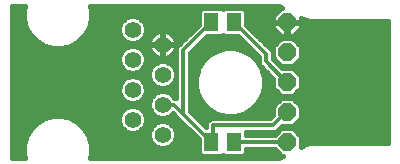
<source format=gtl>
G75*
%MOIN*%
%OFA0B0*%
%FSLAX24Y24*%
%IPPOS*%
%LPD*%
%AMOC8*
5,1,8,0,0,1.08239X$1,22.5*
%
%ADD10C,0.0554*%
%ADD11OC8,0.0594*%
%ADD12R,0.0512X0.0630*%
%ADD13C,0.0160*%
%ADD14C,0.0140*%
D10*
X005833Y004833D03*
X004833Y005333D03*
X005833Y005833D03*
X004833Y006333D03*
X005833Y006833D03*
X004833Y007333D03*
X005833Y007833D03*
X004833Y008333D03*
D11*
X009983Y008583D03*
X009983Y007583D03*
X009983Y006583D03*
X009983Y005583D03*
X009983Y004583D03*
D12*
X008207Y004583D03*
X007459Y004583D03*
X007459Y008583D03*
X008207Y008583D03*
D13*
X000813Y009103D02*
X000813Y004063D01*
X001246Y004063D01*
X001213Y004186D01*
X001213Y004481D01*
X001290Y004766D01*
X001437Y005021D01*
X001646Y005230D01*
X001901Y005377D01*
X002186Y005453D01*
X002481Y005453D01*
X002766Y005377D01*
X003021Y005230D01*
X003230Y005021D01*
X003377Y004766D01*
X003453Y004481D01*
X003453Y004186D01*
X003420Y004063D01*
X009720Y004063D01*
X009846Y004126D01*
X009794Y004126D01*
X009567Y004353D01*
X008623Y004353D01*
X008623Y004202D01*
X008530Y004108D01*
X007885Y004108D01*
X007833Y004160D01*
X007781Y004108D01*
X007137Y004108D01*
X007043Y004202D01*
X007043Y004673D01*
X006394Y005322D01*
X006394Y005322D01*
X006260Y005457D01*
X006260Y005457D01*
X006167Y005549D01*
X006081Y005463D01*
X005920Y005396D01*
X005746Y005396D01*
X005586Y005463D01*
X005463Y005586D01*
X005396Y005746D01*
X005396Y005920D01*
X005463Y006081D01*
X005586Y006204D01*
X005746Y006270D01*
X005920Y006270D01*
X006081Y006204D01*
X006204Y006081D01*
X006211Y006063D01*
X006291Y006063D01*
X006291Y007741D01*
X006426Y007876D01*
X007043Y008494D01*
X007043Y008965D01*
X007137Y009058D01*
X007781Y009058D01*
X007833Y009006D01*
X007885Y009058D01*
X008530Y009058D01*
X008623Y008965D01*
X008623Y008494D01*
X009366Y007751D01*
X009501Y007616D01*
X009501Y007366D01*
X009827Y007040D01*
X010173Y007040D01*
X010440Y006773D01*
X010440Y006394D01*
X010173Y006126D01*
X009794Y006126D01*
X009526Y006394D01*
X009526Y006690D01*
X009054Y007163D01*
X009136Y007019D01*
X009213Y006732D01*
X009213Y006435D01*
X009136Y006147D01*
X008988Y005889D01*
X008777Y005679D01*
X008519Y005530D01*
X008232Y005453D01*
X007935Y005453D01*
X007647Y005530D01*
X007389Y005679D01*
X007179Y005889D01*
X007030Y006147D01*
X006953Y006435D01*
X006953Y006732D01*
X007030Y007019D01*
X007179Y007277D01*
X007389Y007488D01*
X007647Y007636D01*
X007935Y007713D01*
X008232Y007713D01*
X008519Y007636D01*
X008777Y007488D01*
X008988Y007277D01*
X009041Y007185D01*
X009041Y007426D01*
X008358Y008108D01*
X007885Y008108D01*
X007833Y008160D01*
X007781Y008108D01*
X007309Y008108D01*
X006751Y007551D01*
X006751Y005616D01*
X007291Y005076D01*
X007291Y005241D01*
X007426Y005376D01*
X009426Y005376D01*
X009526Y005477D01*
X009526Y005773D01*
X009794Y006040D01*
X010173Y006040D01*
X010440Y005773D01*
X010440Y005394D01*
X010173Y005126D01*
X009827Y005126D01*
X009751Y005051D01*
X009616Y004916D01*
X008623Y004916D01*
X008623Y004813D01*
X009567Y004813D01*
X009794Y005040D01*
X010173Y005040D01*
X010440Y004773D01*
X010440Y004423D01*
X010549Y004478D01*
X010561Y004490D01*
X010634Y004520D01*
X010704Y004555D01*
X010722Y004557D01*
X010738Y004563D01*
X010816Y004563D01*
X010895Y004569D01*
X010911Y004563D01*
X013353Y004563D01*
X013353Y008603D01*
X010911Y008603D01*
X010895Y008598D01*
X010816Y008603D01*
X010738Y008603D01*
X010722Y008610D01*
X010704Y008611D01*
X010634Y008646D01*
X010561Y008676D01*
X010549Y008689D01*
X010460Y008733D01*
X010460Y008602D01*
X010002Y008602D01*
X010002Y008565D01*
X010460Y008565D01*
X010460Y008386D01*
X010181Y008106D01*
X010002Y008106D01*
X010002Y008565D01*
X009965Y008565D01*
X009965Y008106D01*
X009786Y008106D01*
X009506Y008386D01*
X009506Y008565D01*
X009965Y008565D01*
X009965Y008602D01*
X009506Y008602D01*
X009506Y008781D01*
X009786Y009060D01*
X009806Y009060D01*
X009720Y009103D01*
X003420Y009103D01*
X003453Y008981D01*
X003453Y008686D01*
X003377Y008401D01*
X003230Y008146D01*
X003021Y007937D01*
X002766Y007790D01*
X002481Y007713D01*
X002186Y007713D01*
X001901Y007790D01*
X001646Y007937D01*
X001437Y008146D01*
X001290Y008401D01*
X001213Y008686D01*
X001213Y008981D01*
X001246Y009103D01*
X000813Y009103D01*
X000813Y008972D02*
X001213Y008972D01*
X001213Y008814D02*
X000813Y008814D01*
X000813Y008655D02*
X001222Y008655D01*
X001264Y008497D02*
X000813Y008497D01*
X000813Y008338D02*
X001326Y008338D01*
X001417Y008180D02*
X000813Y008180D01*
X000813Y008021D02*
X001561Y008021D01*
X001774Y007863D02*
X000813Y007863D01*
X000813Y007704D02*
X004587Y007704D01*
X004586Y007704D02*
X004463Y007581D01*
X004396Y007420D01*
X004396Y007246D01*
X004463Y007086D01*
X004586Y006963D01*
X004746Y006896D01*
X004920Y006896D01*
X005081Y006963D01*
X005204Y007086D01*
X005270Y007246D01*
X005270Y007420D01*
X005204Y007581D01*
X005081Y007704D01*
X004920Y007770D01*
X004746Y007770D01*
X004586Y007704D01*
X004448Y007546D02*
X000813Y007546D01*
X000813Y007387D02*
X004396Y007387D01*
X004403Y007229D02*
X000813Y007229D01*
X000813Y007070D02*
X004478Y007070D01*
X004709Y006912D02*
X000813Y006912D01*
X000813Y006753D02*
X004705Y006753D01*
X004746Y006770D02*
X004586Y006704D01*
X004463Y006581D01*
X004396Y006420D01*
X004396Y006246D01*
X004463Y006086D01*
X004586Y005963D01*
X004746Y005896D01*
X004920Y005896D01*
X005081Y005963D01*
X005204Y006086D01*
X005270Y006246D01*
X005270Y006420D01*
X005204Y006581D01*
X005081Y006704D01*
X004920Y006770D01*
X004746Y006770D01*
X004962Y006753D02*
X005396Y006753D01*
X005396Y006746D02*
X005463Y006586D01*
X005586Y006463D01*
X005746Y006396D01*
X005920Y006396D01*
X006081Y006463D01*
X006204Y006586D01*
X006270Y006746D01*
X006270Y006920D01*
X006204Y007081D01*
X006081Y007204D01*
X005920Y007270D01*
X005746Y007270D01*
X005586Y007204D01*
X005463Y007081D01*
X005396Y006920D01*
X005396Y006746D01*
X005396Y006912D02*
X004958Y006912D01*
X005189Y007070D02*
X005458Y007070D01*
X005646Y007229D02*
X005263Y007229D01*
X005270Y007387D02*
X005727Y007387D01*
X005726Y007387D02*
X005797Y007376D01*
X005825Y007376D01*
X005825Y007825D01*
X005376Y007825D01*
X005376Y007797D01*
X005387Y007726D01*
X005410Y007658D01*
X005442Y007594D01*
X005485Y007536D01*
X005536Y007485D01*
X005594Y007442D01*
X005658Y007410D01*
X005726Y007387D01*
X005825Y007387D02*
X005842Y007387D01*
X005842Y007376D02*
X005869Y007376D01*
X005940Y007387D01*
X006291Y007387D01*
X006291Y007229D02*
X006021Y007229D01*
X005940Y007387D02*
X006009Y007410D01*
X006073Y007442D01*
X006131Y007485D01*
X006182Y007536D01*
X006224Y007594D01*
X006257Y007658D01*
X006279Y007726D01*
X006290Y007797D01*
X006290Y007825D01*
X005842Y007825D01*
X005842Y007842D01*
X005825Y007842D01*
X005825Y008290D01*
X005797Y008290D01*
X005726Y008279D01*
X005658Y008257D01*
X005594Y008224D01*
X005536Y008182D01*
X005485Y008131D01*
X005442Y008073D01*
X005410Y008009D01*
X005387Y007940D01*
X005376Y007869D01*
X005376Y007842D01*
X005825Y007842D01*
X005825Y007825D01*
X005842Y007825D01*
X005842Y007376D01*
X005825Y007546D02*
X005842Y007546D01*
X005825Y007704D02*
X005842Y007704D01*
X005477Y007546D02*
X005218Y007546D01*
X005080Y007704D02*
X005395Y007704D01*
X005376Y007863D02*
X002892Y007863D01*
X003105Y008021D02*
X004527Y008021D01*
X004586Y007963D02*
X004463Y008086D01*
X004396Y008246D01*
X004396Y008420D01*
X004463Y008581D01*
X004586Y008704D01*
X004746Y008770D01*
X004920Y008770D01*
X005081Y008704D01*
X005204Y008581D01*
X005270Y008420D01*
X005270Y008246D01*
X005204Y008086D01*
X005081Y007963D01*
X004920Y007896D01*
X004746Y007896D01*
X004586Y007963D01*
X004424Y008180D02*
X003249Y008180D01*
X003341Y008338D02*
X004396Y008338D01*
X004428Y008497D02*
X003403Y008497D01*
X003445Y008655D02*
X004537Y008655D01*
X005130Y008655D02*
X007043Y008655D01*
X007043Y008497D02*
X005239Y008497D01*
X005270Y008338D02*
X006888Y008338D01*
X006730Y008180D02*
X006133Y008180D01*
X006131Y008182D02*
X006073Y008224D01*
X006009Y008257D01*
X005940Y008279D01*
X005869Y008290D01*
X005842Y008290D01*
X005842Y007842D01*
X006290Y007842D01*
X006290Y007869D01*
X006279Y007940D01*
X006257Y008009D01*
X006224Y008073D01*
X006182Y008131D01*
X006131Y008182D01*
X006251Y008021D02*
X006571Y008021D01*
X006413Y007863D02*
X006290Y007863D01*
X006291Y007704D02*
X006272Y007704D01*
X006291Y007546D02*
X006190Y007546D01*
X006751Y007546D02*
X007490Y007546D01*
X007289Y007387D02*
X006751Y007387D01*
X006751Y007229D02*
X007151Y007229D01*
X007060Y007070D02*
X006751Y007070D01*
X006751Y006912D02*
X007001Y006912D01*
X006959Y006753D02*
X006751Y006753D01*
X006751Y006595D02*
X006953Y006595D01*
X006953Y006436D02*
X006751Y006436D01*
X006751Y006278D02*
X006995Y006278D01*
X007046Y006119D02*
X006751Y006119D01*
X006751Y005961D02*
X007138Y005961D01*
X007266Y005802D02*
X006751Y005802D01*
X006751Y005644D02*
X007451Y005644D01*
X007815Y005485D02*
X006882Y005485D01*
X007040Y005327D02*
X007377Y005327D01*
X007291Y005168D02*
X007199Y005168D01*
X006707Y005010D02*
X006233Y005010D01*
X006204Y005081D02*
X006270Y004920D01*
X006270Y004746D01*
X006204Y004586D01*
X006081Y004463D01*
X005920Y004396D01*
X005746Y004396D01*
X005586Y004463D01*
X005463Y004586D01*
X005396Y004746D01*
X005396Y004920D01*
X005463Y005081D01*
X005586Y005204D01*
X005746Y005270D01*
X005920Y005270D01*
X006081Y005204D01*
X006204Y005081D01*
X006117Y005168D02*
X006548Y005168D01*
X006390Y005327D02*
X005270Y005327D01*
X005270Y005246D02*
X005204Y005086D01*
X005081Y004963D01*
X004920Y004896D01*
X004746Y004896D01*
X004586Y004963D01*
X004463Y005086D01*
X004396Y005246D01*
X004396Y005420D01*
X004463Y005581D01*
X004586Y005704D01*
X004746Y005770D01*
X004920Y005770D01*
X005081Y005704D01*
X005204Y005581D01*
X005270Y005420D01*
X005270Y005246D01*
X005238Y005168D02*
X005550Y005168D01*
X005433Y005010D02*
X005128Y005010D01*
X005396Y004851D02*
X003328Y004851D01*
X003397Y004693D02*
X005418Y004693D01*
X005514Y004534D02*
X003439Y004534D01*
X003453Y004376D02*
X007043Y004376D01*
X007043Y004217D02*
X003453Y004217D01*
X003236Y005010D02*
X004539Y005010D01*
X004428Y005168D02*
X003082Y005168D01*
X002853Y005327D02*
X004396Y005327D01*
X004423Y005485D02*
X000813Y005485D01*
X000813Y005644D02*
X004526Y005644D01*
X005141Y005644D02*
X005439Y005644D01*
X005563Y005485D02*
X005244Y005485D01*
X005396Y005802D02*
X000813Y005802D01*
X000813Y005961D02*
X004590Y005961D01*
X004449Y006119D02*
X000813Y006119D01*
X000813Y006278D02*
X004396Y006278D01*
X004403Y006436D02*
X000813Y006436D01*
X000813Y006595D02*
X004477Y006595D01*
X005190Y006595D02*
X005459Y006595D01*
X005649Y006436D02*
X005264Y006436D01*
X005270Y006278D02*
X006291Y006278D01*
X006291Y006436D02*
X006017Y006436D01*
X006208Y006595D02*
X006291Y006595D01*
X006291Y006753D02*
X006270Y006753D01*
X006270Y006912D02*
X006291Y006912D01*
X006291Y007070D02*
X006208Y007070D01*
X006905Y007704D02*
X007901Y007704D01*
X008266Y007704D02*
X008762Y007704D01*
X008676Y007546D02*
X008921Y007546D01*
X008877Y007387D02*
X009041Y007387D01*
X009041Y007229D02*
X009015Y007229D01*
X009107Y007070D02*
X009146Y007070D01*
X009165Y006912D02*
X009305Y006912D01*
X009208Y006753D02*
X009463Y006753D01*
X009526Y006595D02*
X009213Y006595D01*
X009213Y006436D02*
X009526Y006436D01*
X009643Y006278D02*
X009171Y006278D01*
X009120Y006119D02*
X013353Y006119D01*
X013353Y005961D02*
X010252Y005961D01*
X010410Y005802D02*
X013353Y005802D01*
X013353Y005644D02*
X010440Y005644D01*
X010440Y005485D02*
X013353Y005485D01*
X013353Y005327D02*
X010373Y005327D01*
X010214Y005168D02*
X013353Y005168D01*
X013353Y005010D02*
X010203Y005010D01*
X010361Y004851D02*
X013353Y004851D01*
X013353Y004693D02*
X010440Y004693D01*
X010440Y004534D02*
X010662Y004534D01*
X009703Y004217D02*
X008623Y004217D01*
X008623Y004851D02*
X009605Y004851D01*
X009710Y005010D02*
X009764Y005010D01*
X009526Y005485D02*
X008352Y005485D01*
X008716Y005644D02*
X009526Y005644D01*
X009556Y005802D02*
X008900Y005802D01*
X009029Y005961D02*
X009715Y005961D01*
X010324Y006278D02*
X013353Y006278D01*
X013353Y006436D02*
X010440Y006436D01*
X010440Y006595D02*
X013353Y006595D01*
X013353Y006753D02*
X010440Y006753D01*
X010301Y006912D02*
X013353Y006912D01*
X013353Y007070D02*
X009797Y007070D01*
X009794Y007126D02*
X010173Y007126D01*
X010440Y007394D01*
X010440Y007773D01*
X010173Y008040D01*
X009794Y008040D01*
X009526Y007773D01*
X009526Y007394D01*
X009794Y007126D01*
X009692Y007229D02*
X009638Y007229D01*
X009533Y007387D02*
X009501Y007387D01*
X009501Y007546D02*
X009526Y007546D01*
X009526Y007704D02*
X009413Y007704D01*
X009254Y007863D02*
X009617Y007863D01*
X009775Y008021D02*
X009096Y008021D01*
X008937Y008180D02*
X009712Y008180D01*
X009965Y008180D02*
X010002Y008180D01*
X010191Y008021D02*
X013353Y008021D01*
X013353Y008180D02*
X010254Y008180D01*
X010413Y008338D02*
X013353Y008338D01*
X013353Y008497D02*
X010460Y008497D01*
X010460Y008655D02*
X010612Y008655D01*
X010002Y008497D02*
X009965Y008497D01*
X009965Y008338D02*
X010002Y008338D01*
X009554Y008338D02*
X008779Y008338D01*
X008623Y008497D02*
X009506Y008497D01*
X009506Y008655D02*
X008623Y008655D01*
X008623Y008814D02*
X009539Y008814D01*
X009698Y008972D02*
X008615Y008972D01*
X007051Y008972D02*
X003453Y008972D01*
X003453Y008814D02*
X007043Y008814D01*
X005842Y008180D02*
X005825Y008180D01*
X005825Y008021D02*
X005842Y008021D01*
X005533Y008180D02*
X005243Y008180D01*
X005140Y008021D02*
X005416Y008021D01*
X005825Y007863D02*
X005842Y007863D01*
X007063Y007863D02*
X008604Y007863D01*
X008445Y008021D02*
X007222Y008021D01*
X010275Y007229D02*
X013353Y007229D01*
X013353Y007387D02*
X010433Y007387D01*
X010440Y007546D02*
X013353Y007546D01*
X013353Y007704D02*
X010440Y007704D01*
X010350Y007863D02*
X013353Y007863D01*
X006291Y006119D02*
X006166Y006119D01*
X005501Y006119D02*
X005218Y006119D01*
X005076Y005961D02*
X005413Y005961D01*
X006104Y005485D02*
X006231Y005485D01*
X006270Y004851D02*
X006865Y004851D01*
X007024Y004693D02*
X006248Y004693D01*
X006153Y004534D02*
X007043Y004534D01*
X001814Y005327D02*
X000813Y005327D01*
X000813Y005168D02*
X001584Y005168D01*
X001431Y005010D02*
X000813Y005010D01*
X000813Y004851D02*
X001339Y004851D01*
X001270Y004693D02*
X000813Y004693D01*
X000813Y004534D02*
X001228Y004534D01*
X001213Y004376D02*
X000813Y004376D01*
X000813Y004217D02*
X001213Y004217D01*
D14*
X005833Y005833D02*
X006208Y005833D01*
X006490Y005552D01*
X006521Y005583D01*
X006521Y007646D01*
X007458Y008583D01*
X007459Y008583D01*
X008207Y008583D02*
X008208Y008583D01*
X009271Y007521D01*
X009271Y007271D01*
X009958Y006583D01*
X009983Y006583D01*
X009958Y005583D02*
X009983Y005583D01*
X009958Y005583D02*
X009521Y005146D01*
X007521Y005146D01*
X007521Y004583D01*
X007459Y004583D01*
X007458Y004583D01*
X006490Y005552D01*
X008207Y004583D02*
X009983Y004583D01*
M02*

</source>
